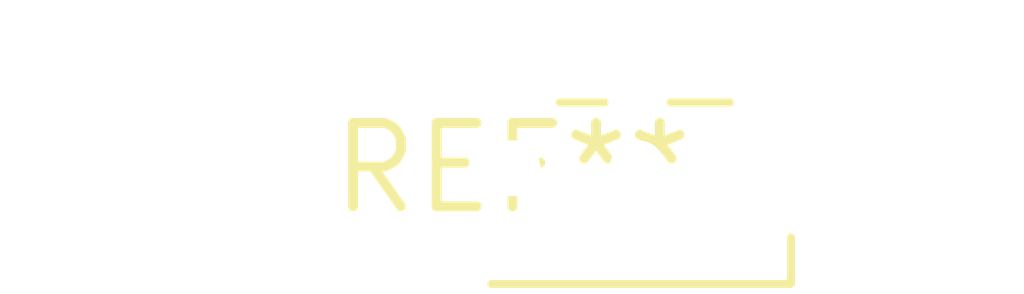
<source format=kicad_pcb>
(kicad_pcb (version 20240108) (generator pcbnew)
  (layers (0 "F.Cu" signal) (31 "B.Cu" signal) (34 "B.Paste" user) (35 "F.Paste" user) (36 "B.SilkS" user "B.Silkscreen") (37 "F.SilkS" user "F.Silkscreen") (38 "B.Mask" user) (39 "F.Mask" user) (44 "Edge.Cuts" user))
  (net 0 "")
  (footprint "ONSemi_QSE15x" (layer "F.Cu") (at 0 0)
    (property "Reference" "REF**")
    (property "Value" "ONSemi_QSE15x")
    (fp_line (start -0.32 1.76) (end 4.23 1.76) (layer "F.SilkS") (stroke (width 0.12)))
    (fp_line (start 0.72 -1) (end 1.4 -1) (layer "F.SilkS") (stroke (width 0.12)))
    (fp_line (start 2.4 -1) (end 3.3 -1) (layer "F.SilkS") (stroke (width 0.12)))
    (fp_line (start 4.23 1.76) (end 4.23 1.05) (layer "F.SilkS") (stroke (width 0.12)))
    (pad "1" thru_hole roundrect (at 0 0) (size 1.2 1.8) (drill 0.85) (layers *.Cu *.Mask) (remove_unused_layers) (roundrect_rratio 0.208))
    (pad "2" thru_hole oval (at 1.9 0) (size 1.2 1.8) (drill 0.85) (layers *.Cu *.Mask) (remove_unused_layers))
    (pad "3" thru_hole oval (at 3.8 0) (size 1.2 1.8) (drill 0.85) (layers *.Cu *.Mask) (remove_unused_layers))
  )
)
</source>
